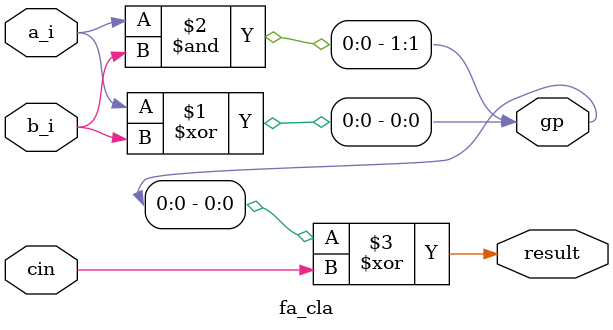
<source format=v>
module fa_cla(a_i,b_i,cin,result,gp);
    input       a_i;
    input       b_i;
    input       cin;
    output      result;
    output  [1:0] gp;

    assign gp[0] = a_i ^ b_i;
    assign gp[1] = a_i & b_i;
    assign result = gp[0] ^ cin;

endmodule
</source>
